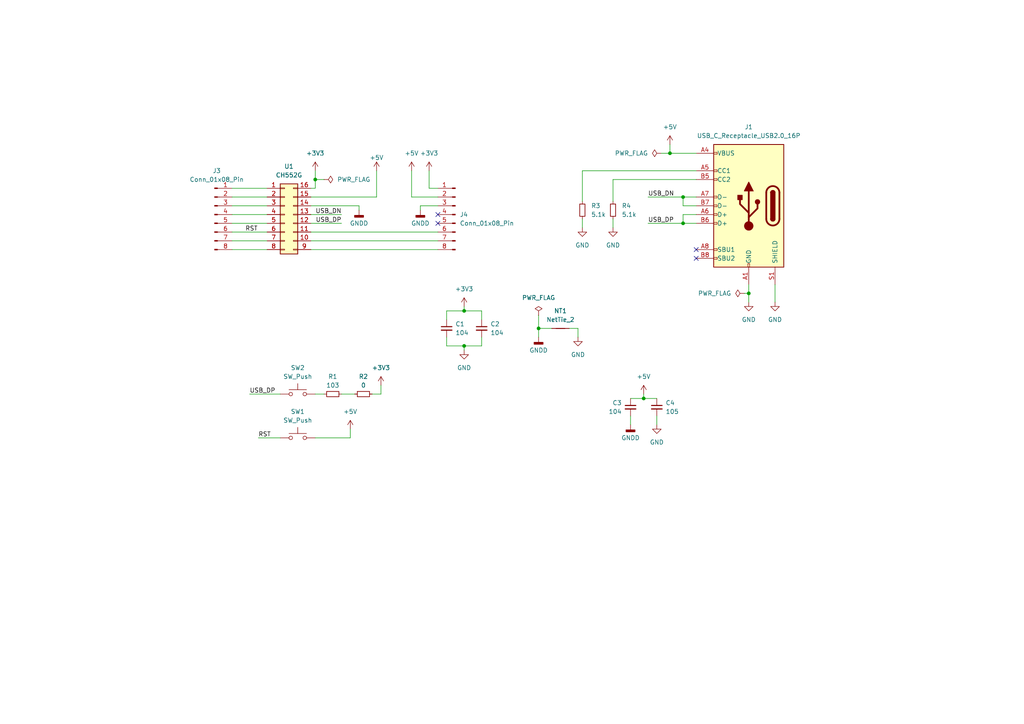
<source format=kicad_sch>
(kicad_sch (version 20230121) (generator eeschema)
  (paper "A4")
  (title_block (title "CH552 Breakout Board USB-C") (date "2024-03-17") (rev "A"))
  (lib_symbols
    (symbol "Connector:Conn_01x08_Pin" (pin_names (offset 1.016) hide)
      (property "Reference" "J" (at 0 10.16 0))
      (property "Value" "Conn_01x08_Pin" (at 0 -12.7 0))
      (symbol "Conn_01x08_Pin_1_1"
        (polyline (pts (xy 1.27 -10.16) (xy 0.8636 -10.16)) (stroke (width 0.1524)))
        (polyline (pts (xy 1.27 -7.62) (xy 0.8636 -7.62)) (stroke (width 0.1524)))
        (polyline (pts (xy 1.27 -5.08) (xy 0.8636 -5.08)) (stroke (width 0.1524)))
        (polyline (pts (xy 1.27 -2.54) (xy 0.8636 -2.54)) (stroke (width 0.1524)))
        (polyline (pts (xy 1.27 0) (xy 0.8636 0)) (stroke (width 0.1524)))
        (polyline (pts (xy 1.27 2.54) (xy 0.8636 2.54)) (stroke (width 0.1524)))
        (polyline (pts (xy 1.27 5.08) (xy 0.8636 5.08)) (stroke (width 0.1524)))
        (polyline (pts (xy 1.27 7.62) (xy 0.8636 7.62)) (stroke (width 0.1524)))
        (rectangle (start 0.8636 -10.033) (end 0 -10.287) (stroke (width 0.1524)) (fill (type outline)))
        (rectangle (start 0.8636 -7.493) (end 0 -7.747) (stroke (width 0.1524)) (fill (type outline)))
        (rectangle (start 0.8636 -4.953) (end 0 -5.207) (stroke (width 0.1524)) (fill (type outline)))
        (rectangle (start 0.8636 -2.413) (end 0 -2.667) (stroke (width 0.1524)) (fill (type outline)))
        (rectangle (start 0.8636 0.127) (end 0 -0.127) (stroke (width 0.1524)) (fill (type outline)))
        (rectangle (start 0.8636 2.667) (end 0 2.413) (stroke (width 0.1524)) (fill (type outline)))
        (rectangle (start 0.8636 5.207) (end 0 4.953) (stroke (width 0.1524)) (fill (type outline)))
        (rectangle (start 0.8636 7.747) (end 0 7.493) (stroke (width 0.1524)) (fill (type outline)))
        (pin passive line (at 5.08 7.62 180) (length 3.81) (name "Pin_1") (number "1"))
        (pin passive line (at 5.08 5.08 180) (length 3.81) (name "Pin_2") (number "2"))
        (pin passive line (at 5.08 2.54 180) (length 3.81) (name "Pin_3") (number "3"))
        (pin passive line (at 5.08 0 180) (length 3.81) (name "Pin_4") (number "4"))
        (pin passive line (at 5.08 -2.54 180) (length 3.81) (name "Pin_5") (number "5"))
        (pin passive line (at 5.08 -5.08 180) (length 3.81) (name "Pin_6") (number "6"))
        (pin passive line (at 5.08 -7.62 180) (length 3.81) (name "Pin_7") (number "7"))
        (pin passive line (at 5.08 -10.16 180) (length 3.81) (name "Pin_8") (number "8"))
      )
    )
    (symbol "Connector:USB_C_Receptacle_USB2.0_16P" (pin_names (offset 1.016))
      (property "Reference" "J" (at 0 22.225 0))
      (property "Value" "USB_C_Receptacle_USB2.0_16P" (at 0 19.685 0))
      (symbol "USB_C_Receptacle_USB2.0_16P_0_0"
        (rectangle (start -0.254 -17.78) (end 0.254 -16.764))
        (rectangle (start 10.16 -14.986) (end 9.144 -15.494))
        (rectangle (start 10.16 -12.446) (end 9.144 -12.954))
        (rectangle (start 10.16 -4.826) (end 9.144 -5.334))
        (rectangle (start 10.16 -2.286) (end 9.144 -2.794))
        (rectangle (start 10.16 0.254) (end 9.144 -0.254))
        (rectangle (start 10.16 2.794) (end 9.144 2.286))
        (rectangle (start 10.16 7.874) (end 9.144 7.366))
        (rectangle (start 10.16 10.414) (end 9.144 9.906))
        (rectangle (start 10.16 15.494) (end 9.144 14.986))
      )
      (symbol "USB_C_Receptacle_USB2.0_16P_0_1"
        (rectangle (start -10.16 17.78) (end 10.16 -17.78) (stroke (width 0.254)) (fill (type background)))
        (arc (start -8.89 -3.81) (mid -6.985 -5.7067) (end -5.08 -3.81) (stroke (width 0.508)))
        (arc (start -7.62 -3.81) (mid -6.985 -4.4423) (end -6.35 -3.81) (stroke (width 0.254)))
        (arc (start -7.62 -3.81) (mid -6.985 -4.4423) (end -6.35 -3.81) (stroke (width 0.254)) (fill (type outline)))
        (rectangle (start -7.62 -3.81) (end -6.35 3.81) (stroke (width 0.254)) (fill (type outline)))
        (arc (start -6.35 3.81) (mid -6.985 4.4423) (end -7.62 3.81) (stroke (width 0.254)))
        (arc (start -6.35 3.81) (mid -6.985 4.4423) (end -7.62 3.81) (stroke (width 0.254)) (fill (type outline)))
        (arc (start -5.08 3.81) (mid -6.985 5.7067) (end -8.89 3.81) (stroke (width 0.508)))
        (circle (center -2.54 1.143) (radius 0.635) (stroke (width 0.254)) (fill (type outline)))
        (circle (center 0 -5.842) (radius 1.27) (fill (type outline)))
        (polyline (pts (xy -8.89 -3.81) (xy -8.89 3.81)) (stroke (width 0.508)))
        (polyline (pts (xy -5.08 3.81) (xy -5.08 -3.81)) (stroke (width 0.508)))
        (polyline (pts (xy 0 -5.842) (xy 0 4.318)) (stroke (width 0.508)))
        (polyline (pts (xy 0 -3.302) (xy -2.54 -0.762) (xy -2.54 0.508)) (stroke (width 0.508)))
        (polyline (pts (xy 0 -2.032) (xy 2.54 0.508) (xy 2.54 1.778)) (stroke (width 0.508)))
        (polyline (pts (xy -1.27 4.318) (xy 0 6.858) (xy 1.27 4.318) (xy -1.27 4.318)) (stroke (width 0.254)) (fill (type outline)))
        (rectangle (start 1.905 1.778) (end 3.175 3.048) (stroke (width 0.254)) (fill (type outline)))
      )
      (symbol "USB_C_Receptacle_USB2.0_16P_1_1"
        (pin passive line (at 0 -22.86 90) (length 5.08) (name "GND") (number "A1"))
        (pin passive line (at 0 -22.86 90) (length 5.08) hide (name "GND") (number "A12"))
        (pin passive line (at 15.24 15.24 180) (length 5.08) (name "VBUS") (number "A4"))
        (pin bidirectional line (at 15.24 10.16 180) (length 5.08) (name "CC1") (number "A5"))
        (pin bidirectional line (at 15.24 -2.54 180) (length 5.08) (name "D+") (number "A6"))
        (pin bidirectional line (at 15.24 2.54 180) (length 5.08) (name "D-") (number "A7"))
        (pin bidirectional line (at 15.24 -12.7 180) (length 5.08) (name "SBU1") (number "A8"))
        (pin passive line (at 15.24 15.24 180) (length 5.08) hide (name "VBUS") (number "A9"))
        (pin passive line (at 0 -22.86 90) (length 5.08) hide (name "GND") (number "B1"))
        (pin passive line (at 0 -22.86 90) (length 5.08) hide (name "GND") (number "B12"))
        (pin passive line (at 15.24 15.24 180) (length 5.08) hide (name "VBUS") (number "B4"))
        (pin bidirectional line (at 15.24 7.62 180) (length 5.08) (name "CC2") (number "B5"))
        (pin bidirectional line (at 15.24 -5.08 180) (length 5.08) (name "D+") (number "B6"))
        (pin bidirectional line (at 15.24 0 180) (length 5.08) (name "D-") (number "B7"))
        (pin bidirectional line (at 15.24 -15.24 180) (length 5.08) (name "SBU2") (number "B8"))
        (pin passive line (at 15.24 15.24 180) (length 5.08) hide (name "VBUS") (number "B9"))
        (pin passive line (at -7.62 -22.86 90) (length 5.08) (name "SHIELD") (number "S1"))
      )
    )
    (symbol "Connector_Generic:Conn_02x08_Counter_Clockwise" (pin_names (offset 1.016) hide)
      (property "Reference" "J" (at 1.27 10.16 0))
      (property "Value" "Conn_02x08_Counter_Clockwise" (at 1.27 -12.7 0))
      (symbol "Conn_02x08_Counter_Clockwise_1_1"
        (rectangle (start -1.27 -10.033) (end 0 -10.287) (stroke (width 0.1524)))
        (rectangle (start -1.27 -7.493) (end 0 -7.747) (stroke (width 0.1524)))
        (rectangle (start -1.27 -4.953) (end 0 -5.207) (stroke (width 0.1524)))
        (rectangle (start -1.27 -2.413) (end 0 -2.667) (stroke (width 0.1524)))
        (rectangle (start -1.27 0.127) (end 0 -0.127) (stroke (width 0.1524)))
        (rectangle (start -1.27 2.667) (end 0 2.413) (stroke (width 0.1524)))
        (rectangle (start -1.27 5.207) (end 0 4.953) (stroke (width 0.1524)))
        (rectangle (start -1.27 7.747) (end 0 7.493) (stroke (width 0.1524)))
        (rectangle (start -1.27 8.89) (end 3.81 -11.43) (stroke (width 0.254)) (fill (type background)))
        (rectangle (start 3.81 -10.033) (end 2.54 -10.287) (stroke (width 0.1524)))
        (rectangle (start 3.81 -7.493) (end 2.54 -7.747) (stroke (width 0.1524)))
        (rectangle (start 3.81 -4.953) (end 2.54 -5.207) (stroke (width 0.1524)))
        (rectangle (start 3.81 -2.413) (end 2.54 -2.667) (stroke (width 0.1524)))
        (rectangle (start 3.81 0.127) (end 2.54 -0.127) (stroke (width 0.1524)))
        (rectangle (start 3.81 2.667) (end 2.54 2.413) (stroke (width 0.1524)))
        (rectangle (start 3.81 5.207) (end 2.54 4.953) (stroke (width 0.1524)))
        (rectangle (start 3.81 7.747) (end 2.54 7.493) (stroke (width 0.1524)))
        (pin passive line (at -5.08 7.62 0) (length 3.81) (name "Pin_1") (number "1"))
        (pin passive line (at 7.62 -7.62 180) (length 3.81) (name "Pin_10") (number "10"))
        (pin passive line (at 7.62 -5.08 180) (length 3.81) (name "Pin_11") (number "11"))
        (pin passive line (at 7.62 -2.54 180) (length 3.81) (name "Pin_12") (number "12"))
        (pin passive line (at 7.62 0 180) (length 3.81) (name "Pin_13") (number "13"))
        (pin passive line (at 7.62 2.54 180) (length 3.81) (name "Pin_14") (number "14"))
        (pin passive line (at 7.62 5.08 180) (length 3.81) (name "Pin_15") (number "15"))
        (pin passive line (at 7.62 7.62 180) (length 3.81) (name "Pin_16") (number "16"))
        (pin passive line (at -5.08 5.08 0) (length 3.81) (name "Pin_2") (number "2"))
        (pin passive line (at -5.08 2.54 0) (length 3.81) (name "Pin_3") (number "3"))
        (pin passive line (at -5.08 0 0) (length 3.81) (name "Pin_4") (number "4"))
        (pin passive line (at -5.08 -2.54 0) (length 3.81) (name "Pin_5") (number "5"))
        (pin passive line (at -5.08 -5.08 0) (length 3.81) (name "Pin_6") (number "6"))
        (pin passive line (at -5.08 -7.62 0) (length 3.81) (name "Pin_7") (number "7"))
        (pin passive line (at -5.08 -10.16 0) (length 3.81) (name "Pin_8") (number "8"))
        (pin passive line (at 7.62 -10.16 180) (length 3.81) (name "Pin_9") (number "9"))
      )
    )
    (symbol "Device:C_Small" (pin_numbers hide) (pin_names (offset 0.254) hide)
      (property "Reference" "C" (at 0.254 1.778 0))
      (property "Value" "C_Small" (at 0.254 -2.032 0))
      (symbol "C_Small_0_1"
        (polyline (pts (xy -1.524 -0.508) (xy 1.524 -0.508)) (stroke (width 0.3302)))
        (polyline (pts (xy -1.524 0.508) (xy 1.524 0.508)) (stroke (width 0.3048)))
      )
      (symbol "C_Small_1_1"
        (pin passive line (at 0 2.54 270) (length 2.032) (name "~") (number "1"))
        (pin passive line (at 0 -2.54 90) (length 2.032) (name "~") (number "2"))
      )
    )
    (symbol "Device:NetTie_2" (pin_numbers hide) (pin_names (offset 0) hide) (in_bom no)
      (property "Reference" "NT" (at 0 1.27 0))
      (property "Value" "NetTie_2" (at 0 -1.27 0))
      (symbol "NetTie_2_0_1"
        (polyline (pts (xy -1.27 0) (xy 1.27 0)) (stroke (width 0.254)))
      )
      (symbol "NetTie_2_1_1"
        (pin passive line (at -2.54 0 0) (length 2.54) (name "1") (number "1"))
        (pin passive line (at 2.54 0 180) (length 2.54) (name "2") (number "2"))
      )
    )
    (symbol "Device:R_Small" (pin_numbers hide) (pin_names (offset 0.254) hide)
      (property "Reference" "R" (at 0.762 0.508 0))
      (property "Value" "R_Small" (at 0.762 -1.016 0))
      (symbol "R_Small_0_1"
        (rectangle (start -0.762 1.778) (end 0.762 -1.778) (stroke (width 0.2032)))
      )
      (symbol "R_Small_1_1"
        (pin passive line (at 0 2.54 270) (length 0.762) (name "~") (number "1"))
        (pin passive line (at 0 -2.54 90) (length 0.762) (name "~") (number "2"))
      )
    )
    (symbol "Switch:SW_Push" (pin_numbers hide) (pin_names (offset 1.016) hide)
      (property "Reference" "SW" (at 1.27 2.54 0))
      (property "Value" "SW_Push" (at 0 -1.524 0))
      (symbol "SW_Push_0_1"
        (circle (center -2.032 0) (radius 0.508))
        (polyline (pts (xy 0 1.27) (xy 0 3.048)))
        (polyline (pts (xy 2.54 1.27) (xy -2.54 1.27)))
        (circle (center 2.032 0) (radius 0.508))
        (pin passive line (at -5.08 0 0) (length 2.54) (name "1") (number "1"))
        (pin passive line (at 5.08 0 180) (length 2.54) (name "2") (number "2"))
      )
    )
    (symbol "power:+3V3" (power) (pin_names (offset 0))
      (property "Value" "+3V3" (at 0 3.556 0))
      (symbol "+3V3_0_1"
        (polyline (pts (xy -0.762 1.27) (xy 0 2.54)))
        (polyline (pts (xy 0 0) (xy 0 2.54)))
        (polyline (pts (xy 0 2.54) (xy 0.762 1.27)))
      )
      (symbol "+3V3_1_1"
        (pin power_in line (at 0 0 90) (length 0) hide (name "+3V3") (number "1"))
      )
    )
    (symbol "power:+5V" (power) (pin_names (offset 0))
      (property "Value" "+5V" (at 0 3.556 0))
      (symbol "+5V_0_1"
        (polyline (pts (xy -0.762 1.27) (xy 0 2.54)))
        (polyline (pts (xy 0 0) (xy 0 2.54)))
        (polyline (pts (xy 0 2.54) (xy 0.762 1.27)))
      )
      (symbol "+5V_1_1"
        (pin power_in line (at 0 0 90) (length 0) hide (name "+5V") (number "1"))
      )
    )
    (symbol "power:GND" (power) (pin_names (offset 0))
      (property "Value" "GND" (at 0 -3.81 0))
      (symbol "GND_0_1"
        (polyline (pts (xy 0 0) (xy 0 -1.27) (xy 1.27 -1.27) (xy 0 -2.54) (xy -1.27 -1.27) (xy 0 -1.27)))
      )
      (symbol "GND_1_1"
        (pin power_in line (at 0 0 270) (length 0) hide (name "GND") (number "1"))
      )
    )
    (symbol "power:GNDD" (power) (pin_names (offset 0))
      (property "Value" "GNDD" (at 0 -3.175 0))
      (symbol "GNDD_0_1"
        (rectangle (start -1.27 -1.524) (end 1.27 -2.032) (stroke (width 0.254)) (fill (type outline)))
        (polyline (pts (xy 0 0) (xy 0 -1.524)))
      )
      (symbol "GNDD_1_1"
        (pin power_in line (at 0 0 270) (length 0) hide (name "GNDD") (number "1"))
      )
    )
    (symbol "power:PWR_FLAG" (power) (pin_numbers hide) (pin_names (offset 0) hide)
      (property "Value" "PWR_FLAG" (at 0 3.81 0))
      (symbol "PWR_FLAG_0_0"
        (pin power_out line (at 0 0 90) (length 0) (name "pwr") (number "1"))
      )
      (symbol "PWR_FLAG_0_1"
        (polyline (pts (xy 0 0) (xy 0 1.27) (xy -1.016 1.905) (xy 0 2.54) (xy 1.016 1.905) (xy 0 1.27)))
      )
    )
  )
  (junction (at 198.12 64.77))
  (junction (at 156.21 95.25))
  (junction (at 134.62 100.33))
  (junction (at 134.62 90.17))
  (junction (at 186.69 115.57))
  (junction (at 194.31 44.45))
  (junction (at 198.12 57.15))
  (junction (at 91.44 52.07))
  (junction (at 217.17 85.09))
  (no_connect (at 127 64.77))
  (no_connect (at 201.93 74.93))
  (no_connect (at 201.93 72.39))
  (no_connect (at 127 62.23))
  (wire (pts (xy 127 59.69) (xy 121.92 59.69)))
  (wire (pts (xy 91.44 54.61) (xy 91.44 52.07)))
  (wire (pts (xy 110.49 111.76) (xy 110.49 114.3)))
  (wire (pts (xy 90.17 59.69) (xy 104.14 59.69)))
  (wire (pts (xy 182.88 115.57) (xy 186.69 115.57)))
  (wire (pts (xy 101.6 124.46) (xy 101.6 127)))
  (wire (pts (xy 191.77 44.45) (xy 194.31 44.45)))
  (wire (pts (xy 90.17 57.15) (xy 109.22 57.15)))
  (wire (pts (xy 194.31 44.45) (xy 201.93 44.45)))
  (wire (pts (xy 139.7 92.71) (xy 139.7 90.17)))
  (wire (pts (xy 134.62 90.17) (xy 129.54 90.17)))
  (wire (pts (xy 186.69 115.57) (xy 186.69 114.3)))
  (wire (pts (xy 129.54 90.17) (xy 129.54 92.71)))
  (wire (pts (xy 134.62 100.33) (xy 129.54 100.33)))
  (wire (pts (xy 109.22 49.53) (xy 109.22 57.15)))
  (wire (pts (xy 217.17 82.55) (xy 217.17 85.09)))
  (wire (pts (xy 198.12 57.15) (xy 201.93 57.15)))
  (wire (pts (xy 224.79 82.55) (xy 224.79 87.63)))
  (wire (pts (xy 74.93 127) (xy 81.28 127)))
  (wire (pts (xy 134.62 88.9) (xy 134.62 90.17)))
  (wire (pts (xy 201.93 49.53) (xy 168.91 49.53)))
  (wire (pts (xy 67.31 72.39) (xy 77.47 72.39)))
  (wire (pts (xy 186.69 115.57) (xy 190.5 115.57)))
  (wire (pts (xy 156.21 97.79) (xy 156.21 95.25)))
  (wire (pts (xy 72.39 114.3) (xy 81.28 114.3)))
  (wire (pts (xy 121.92 59.69) (xy 121.92 60.96)))
  (wire (pts (xy 67.31 57.15) (xy 77.47 57.15)))
  (wire (pts (xy 217.17 85.09) (xy 217.17 87.63)))
  (wire (pts (xy 91.44 52.07) (xy 93.98 52.07)))
  (wire (pts (xy 99.06 114.3) (xy 102.87 114.3)))
  (wire (pts (xy 194.31 41.91) (xy 194.31 44.45)))
  (wire (pts (xy 187.96 57.15) (xy 198.12 57.15)))
  (wire (pts (xy 90.17 72.39) (xy 127 72.39)))
  (wire (pts (xy 127 57.15) (xy 119.38 57.15)))
  (wire (pts (xy 91.44 54.61) (xy 90.17 54.61)))
  (wire (pts (xy 198.12 62.23) (xy 198.12 64.77)))
  (wire (pts (xy 91.44 114.3) (xy 93.98 114.3)))
  (wire (pts (xy 177.8 58.42) (xy 177.8 52.07)))
  (wire (pts (xy 67.31 69.85) (xy 77.47 69.85)))
  (wire (pts (xy 67.31 54.61) (xy 77.47 54.61)))
  (wire (pts (xy 67.31 64.77) (xy 77.47 64.77)))
  (wire (pts (xy 198.12 59.69) (xy 198.12 57.15)))
  (wire (pts (xy 90.17 67.31) (xy 127 67.31)))
  (wire (pts (xy 187.96 64.77) (xy 198.12 64.77)))
  (wire (pts (xy 124.46 49.53) (xy 124.46 54.61)))
  (wire (pts (xy 182.88 120.65) (xy 182.88 123.19)))
  (wire (pts (xy 177.8 63.5) (xy 177.8 66.04)))
  (wire (pts (xy 90.17 69.85) (xy 127 69.85)))
  (wire (pts (xy 168.91 63.5) (xy 168.91 66.04)))
  (wire (pts (xy 124.46 54.61) (xy 127 54.61)))
  (wire (pts (xy 165.1 95.25) (xy 167.64 95.25)))
  (wire (pts (xy 156.21 91.44) (xy 156.21 95.25)))
  (wire (pts (xy 201.93 59.69) (xy 198.12 59.69)))
  (wire (pts (xy 90.17 64.77) (xy 99.06 64.77)))
  (wire (pts (xy 167.64 95.25) (xy 167.64 97.79)))
  (wire (pts (xy 90.17 62.23) (xy 99.06 62.23)))
  (wire (pts (xy 67.31 62.23) (xy 77.47 62.23)))
  (wire (pts (xy 91.44 49.53) (xy 91.44 52.07)))
  (wire (pts (xy 129.54 100.33) (xy 129.54 97.79)))
  (wire (pts (xy 168.91 49.53) (xy 168.91 58.42)))
  (wire (pts (xy 190.5 120.65) (xy 190.5 123.19)))
  (wire (pts (xy 215.9 85.09) (xy 217.17 85.09)))
  (wire (pts (xy 107.95 114.3) (xy 110.49 114.3)))
  (wire (pts (xy 119.38 57.15) (xy 119.38 49.53)))
  (wire (pts (xy 201.93 62.23) (xy 198.12 62.23)))
  (wire (pts (xy 198.12 64.77) (xy 201.93 64.77)))
  (wire (pts (xy 139.7 97.79) (xy 139.7 100.33)))
  (wire (pts (xy 67.31 67.31) (xy 77.47 67.31)))
  (wire (pts (xy 134.62 100.33) (xy 134.62 101.6)))
  (wire (pts (xy 91.44 127) (xy 101.6 127)))
  (wire (pts (xy 67.31 59.69) (xy 77.47 59.69)))
  (wire (pts (xy 139.7 90.17) (xy 134.62 90.17)))
  (wire (pts (xy 104.14 60.96) (xy 104.14 59.69)))
  (wire (pts (xy 156.21 95.25) (xy 160.02 95.25)))
  (wire (pts (xy 139.7 100.33) (xy 134.62 100.33)))
  (wire (pts (xy 177.8 52.07) (xy 201.93 52.07)))
  (label "RST" (at 74.93 127 0))
  (label "USB_DN" (at 99.06 62.23 180))
  (label "USB_DP" (at 187.96 64.77 0))
  (label "RST" (at 71.12 67.31 0))
  (label "USB_DP" (at 72.39 114.3 0))
  (label "USB_DP" (at 99.06 64.77 180))
  (label "USB_DN" (at 187.96 57.15 0))
  (symbol (lib_id "Switch:SW_Push") (at 86.36 114.3 0) (unit 1)
    (property "Reference" "SW2" (at 86.36 106.68 0))
    (property "Value" "SW_Push" (at 86.36 109.22 0))
    (property "Footprint" "Button_Switch_THT:SW_PUSH_6mm" (effects hide))
  )
  (symbol (lib_id "power:+5V") (at 119.38 49.53 0) (unit 1)
    (property "Reference" "#PWR013" (effects hide))
    (property "Value" "+5V" (at 119.38 44.45 0))
  )
  (symbol (lib_id "Device:C_Small") (at 182.88 118.11 0) (mirror y) (unit 1)
    (property "Reference" "C3" (at 180.34 116.8463 0) (effects (justify left)))
    (property "Value" "104" (at 180.34 119.3863 0) (effects (justify left)))
    (property "Footprint" "Capacitor_SMD:C_0603_1608Metric" (effects hide))
  )
  (symbol (lib_id "Device:C_Small") (at 190.5 118.11 0) (unit 1)
    (property "Reference" "C4" (at 193.04 116.8463 0) (effects (justify left)))
    (property "Value" "105" (at 193.04 119.3863 0) (effects (justify left)))
    (property "Footprint" "Capacitor_SMD:C_0805_2012Metric" (effects hide))
  )
  (symbol (lib_id "power:GNDD") (at 182.88 123.19 0) (unit 1)
    (property "Reference" "#PWR011" (effects hide))
    (property "Value" "GNDD" (at 182.88 127 0))
  )
  (symbol (lib_id "Connector:Conn_01x08_Pin") (at 132.08 62.23 0) (mirror y) (unit 1)
    (property "Reference" "J4" (at 133.35 62.23 0) (effects (justify right)))
    (property "Value" "Conn_01x08_Pin" (at 133.35 64.77 0) (effects (justify right)))
    (property "Footprint" "Connector_PinHeader_2.54mm:PinHeader_1x08_P2.54mm_Vertical" (effects hide))
  )
  (symbol (lib_id "power:GNDD") (at 104.14 60.96 0) (unit 1)
    (property "Reference" "#PWR04" (effects hide))
    (property "Value" "GNDD" (at 104.14 64.77 0))
  )
  (symbol (lib_id "power:+5V") (at 109.22 49.53 0) (unit 1)
    (property "Reference" "#PWR05" (effects hide))
    (property "Value" "+5V" (at 109.22 45.72 0))
  )
  (symbol (lib_id "Connector:USB_C_Receptacle_USB2.0_16P") (at 217.17 59.69 0) (mirror y) (unit 1)
    (property "Reference" "J1" (at 217.17 36.83 0))
    (property "Value" "USB_C_Receptacle_USB2.0_16P" (at 217.17 39.37 0))
    (property "Footprint" "Connector_USB:USB_C_Receptacle_XKB_U262-16XN-4BVC11" (effects hide))
    (property "Datasheet" "https://www.usb.org/sites/default/files/documents/usb_type-c.zip" (effects hide))
  )
  (symbol (lib_id "Device:R_Small") (at 105.41 114.3 90) (unit 1)
    (property "Reference" "R2" (at 105.41 109.22 90))
    (property "Value" "0" (at 105.41 111.76 90))
    (property "Footprint" "Resistor_SMD:R_0603_1608Metric" (effects hide))
  )
  (symbol (lib_id "Connector:Conn_01x08_Pin") (at 62.23 62.23 0) (unit 1)
    (property "Reference" "J3" (at 62.865 49.53 0))
    (property "Value" "Conn_01x08_Pin" (at 62.865 52.07 0))
    (property "Footprint" "Connector_PinHeader_2.54mm:PinHeader_1x08_P2.54mm_Vertical" (effects hide))
  )
  (symbol (lib_id "Device:R_Small") (at 168.91 60.96 0) (unit 1)
    (property "Reference" "R3" (at 171.45 59.69 0) (effects (justify left)))
    (property "Value" "5.1k" (at 171.45 62.23 0) (effects (justify left)))
    (property "Footprint" "Resistor_SMD:R_0603_1608Metric" (effects hide))
  )
  (symbol (lib_id "Device:C_Small") (at 129.54 95.25 0) (unit 1)
    (property "Reference" "C1" (at 132.08 93.9863 0) (effects (justify left)))
    (property "Value" "104" (at 132.08 96.5263 0) (effects (justify left)))
    (property "Footprint" "Capacitor_SMD:C_0603_1608Metric" (effects hide))
  )
  (symbol (lib_id "power:GND") (at 168.91 66.04 0) (unit 1)
    (property "Reference" "#PWR015" (effects hide))
    (property "Value" "GND" (at 168.91 71.12 0))
  )
  (symbol (lib_id "power:GND") (at 224.79 87.63 0) (unit 1)
    (property "Reference" "#PWR014" (effects hide))
    (property "Value" "GND" (at 224.79 92.71 0))
  )
  (symbol (lib_id "Device:R_Small") (at 177.8 60.96 0) (unit 1)
    (property "Reference" "R4" (at 180.34 59.69 0) (effects (justify left)))
    (property "Value" "5.1k" (at 180.34 62.23 0) (effects (justify left)))
    (property "Footprint" "Resistor_SMD:R_0603_1608Metric" (effects hide))
  )
  (symbol (lib_id "Device:NetTie_2") (at 162.56 95.25 0) (unit 1) (in_bom no)
    (property "Reference" "NT1" (at 162.56 90.17 0))
    (property "Value" "NetTie_2" (at 162.56 92.71 0))
    (property "Footprint" "Resistor_SMD:R_0603_1608Metric" (effects hide))
  )
  (symbol (lib_id "Device:C_Small") (at 139.7 95.25 0) (unit 1)
    (property "Reference" "C2" (at 142.24 93.9863 0) (effects (justify left)))
    (property "Value" "104" (at 142.24 96.5263 0) (effects (justify left)))
    (property "Footprint" "Capacitor_SMD:C_0603_1608Metric" (effects hide))
  )
  (symbol (lib_id "power:+5V") (at 194.31 41.91 0) (unit 1)
    (property "Reference" "#PWR01" (effects hide))
    (property "Value" "+5V" (at 194.31 36.83 0))
  )
  (symbol (lib_id "Device:R_Small") (at 96.52 114.3 90) (unit 1)
    (property "Reference" "R1" (at 96.52 109.22 90))
    (property "Value" "103" (at 96.52 111.76 90))
    (property "Footprint" "Resistor_SMD:R_0603_1608Metric" (effects hide))
  )
  (symbol (lib_id "power:PWR_FLAG") (at 215.9 85.09 90) (unit 1)
    (property "Reference" "#FLG02" (effects hide))
    (property "Value" "PWR_FLAG" (at 212.09 85.09 90) (effects (justify left)))
  )
  (symbol (lib_id "power:+5V") (at 186.69 114.3 0) (unit 1)
    (property "Reference" "#PWR09" (effects hide))
    (property "Value" "+5V" (at 186.69 109.22 0))
  )
  (symbol (lib_id "power:GND") (at 177.8 66.04 0) (unit 1)
    (property "Reference" "#PWR02" (effects hide))
    (property "Value" "GND" (at 177.8 71.12 0))
  )
  (symbol (lib_id "power:+5V") (at 101.6 124.46 0) (unit 1)
    (property "Reference" "#PWR08" (effects hide))
    (property "Value" "+5V" (at 101.6 119.38 0))
  )
  (symbol (lib_id "power:GND") (at 190.5 123.19 0) (unit 1)
    (property "Reference" "#PWR020" (effects hide))
    (property "Value" "GND" (at 190.5 128.27 0))
  )
  (symbol (lib_id "power:GND") (at 167.64 97.79 0) (unit 1)
    (property "Reference" "#PWR018" (effects hide))
    (property "Value" "GND" (at 167.64 102.87 0))
  )
  (symbol (lib_id "power:+3V3") (at 134.62 88.9 0) (unit 1)
    (property "Reference" "#PWR016" (effects hide))
    (property "Value" "+3V3" (at 134.62 83.82 0))
  )
  (symbol (lib_id "power:+3V3") (at 110.49 111.76 0) (unit 1)
    (property "Reference" "#PWR07" (effects hide))
    (property "Value" "+3V3" (at 110.49 106.68 0))
  )
  (symbol (lib_id "Connector_Generic:Conn_02x08_Counter_Clockwise") (at 82.55 62.23 0) (unit 1)
    (property "Reference" "U1" (at 83.82 48.26 0))
    (property "Value" "CH552G" (at 83.82 50.8 0))
    (property "Footprint" "Package_SO:SOIC-16_3.9x9.9mm_P1.27mm" (effects hide))
  )
  (symbol (lib_id "power:GNDD") (at 156.21 97.79 0) (unit 1)
    (property "Reference" "#PWR019" (effects hide))
    (property "Value" "GNDD" (at 156.21 101.6 0))
  )
  (symbol (lib_id "Switch:SW_Push") (at 86.36 127 0) (unit 1)
    (property "Reference" "SW1" (at 86.36 119.38 0))
    (property "Value" "SW_Push" (at 86.36 121.92 0))
    (property "Footprint" "Button_Switch_THT:SW_PUSH_6mm" (effects hide))
  )
  (symbol (lib_id "power:GND") (at 134.62 101.6 0) (unit 1)
    (property "Reference" "#PWR017" (effects hide))
    (property "Value" "GND" (at 134.62 106.68 0))
  )
  (symbol (lib_id "power:PWR_FLAG") (at 156.21 91.44 0) (unit 1)
    (property "Reference" "#FLG04" (effects hide))
    (property "Value" "PWR_FLAG" (at 156.21 86.36 0))
  )
  (symbol (lib_id "power:GNDD") (at 121.92 60.96 0) (unit 1)
    (property "Reference" "#PWR010" (effects hide))
    (property "Value" "GNDD" (at 121.92 64.77 0))
  )
  (symbol (lib_id "power:PWR_FLAG") (at 93.98 52.07 270) (unit 1)
    (property "Reference" "#FLG03" (effects hide))
    (property "Value" "PWR_FLAG" (at 97.79 52.07 90) (effects (justify left)))
  )
  (symbol (lib_id "power:+3V3") (at 91.44 49.53 0) (unit 1)
    (property "Reference" "#PWR06" (effects hide))
    (property "Value" "+3V3" (at 91.44 44.45 0))
  )
  (symbol (lib_id "power:+3V3") (at 124.46 49.53 0) (unit 1)
    (property "Reference" "#PWR012" (effects hide))
    (property "Value" "+3V3" (at 124.46 44.45 0))
  )
  (symbol (lib_id "power:PWR_FLAG") (at 191.77 44.45 90) (unit 1)
    (property "Reference" "#FLG01" (effects hide))
    (property "Value" "PWR_FLAG" (at 187.96 44.45 90) (effects (justify left)))
  )
  (symbol (lib_id "power:GND") (at 217.17 87.63 0) (unit 1)
    (property "Reference" "#PWR03" (effects hide))
    (property "Value" "GND" (at 217.17 92.71 0))
  )
)
</source>
